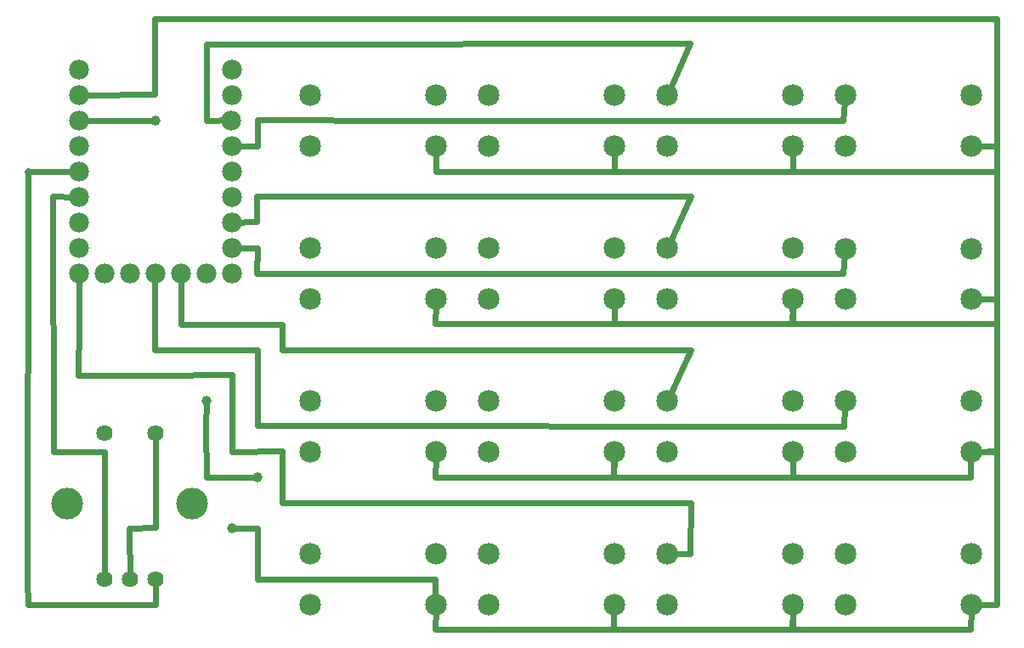
<source format=gbl>
G04 MADE WITH FRITZING*
G04 WWW.FRITZING.ORG*
G04 DOUBLE SIDED*
G04 HOLES PLATED*
G04 CONTOUR ON CENTER OF CONTOUR VECTOR*
%ASAXBY*%
%FSLAX23Y23*%
%MOIN*%
%OFA0B0*%
%SFA1.0B1.0*%
%ADD10C,0.078000*%
%ADD11C,0.085000*%
%ADD12C,0.064000*%
%ADD13C,0.124267*%
%ADD14C,0.039370*%
%ADD15C,0.024000*%
%LNCOPPER0*%
G90*
G70*
G54D10*
X296Y2329D03*
X296Y2229D03*
X296Y2129D03*
X296Y2029D03*
X296Y1929D03*
X296Y1829D03*
X296Y1729D03*
X296Y1629D03*
X296Y1529D03*
X396Y1529D03*
X496Y1529D03*
X596Y1529D03*
X696Y1529D03*
X796Y1529D03*
X896Y1529D03*
X896Y1629D03*
X896Y1729D03*
X896Y1829D03*
X896Y1929D03*
X896Y2029D03*
X895Y2129D03*
X896Y2229D03*
X896Y2329D03*
G54D11*
X3303Y426D03*
X3303Y229D03*
X3796Y229D03*
X3796Y426D03*
X2603Y426D03*
X2603Y229D03*
X3096Y229D03*
X3096Y426D03*
X1903Y426D03*
X1903Y229D03*
X2396Y229D03*
X2396Y426D03*
X1203Y426D03*
X1203Y229D03*
X1696Y229D03*
X1696Y426D03*
X3303Y1026D03*
X3303Y829D03*
X3796Y829D03*
X3796Y1026D03*
X2603Y1026D03*
X2603Y829D03*
X3096Y829D03*
X3096Y1026D03*
X1903Y1026D03*
X1903Y829D03*
X2396Y829D03*
X2396Y1026D03*
X1203Y1026D03*
X1203Y829D03*
X1696Y829D03*
X1696Y1026D03*
X3304Y1625D03*
X3304Y1428D03*
X3796Y1428D03*
X3796Y1625D03*
X2603Y1626D03*
X2603Y1429D03*
X3096Y1429D03*
X3096Y1626D03*
X1903Y1626D03*
X1903Y1429D03*
X2396Y1429D03*
X2396Y1626D03*
X1203Y1626D03*
X1203Y1429D03*
X1696Y1429D03*
X1696Y1626D03*
X3303Y2226D03*
X3303Y2029D03*
X3796Y2029D03*
X3796Y2226D03*
X2603Y2226D03*
X2603Y2029D03*
X3096Y2029D03*
X3096Y2226D03*
X1903Y2226D03*
X1903Y2029D03*
X2396Y2029D03*
X2396Y2226D03*
X1203Y2226D03*
X1203Y2029D03*
X1696Y2029D03*
X1696Y2226D03*
G54D12*
X596Y329D03*
X496Y329D03*
X396Y329D03*
G54D13*
X739Y624D03*
X249Y625D03*
G54D12*
X396Y900D03*
X596Y900D03*
G54D14*
X596Y2129D03*
X796Y1029D03*
X996Y729D03*
X896Y529D03*
G54D15*
X2395Y130D02*
X2395Y205D01*
D02*
X1695Y130D02*
X2395Y130D01*
D02*
X1696Y205D02*
X1695Y130D01*
D02*
X3097Y130D02*
X2395Y130D01*
D02*
X2395Y130D02*
X2395Y205D01*
D02*
X3096Y205D02*
X3097Y130D01*
D02*
X3896Y1429D02*
X3820Y1429D01*
D02*
X3896Y2029D02*
X3896Y1429D01*
D02*
X3819Y2029D02*
X3896Y2029D01*
D02*
X3896Y2029D02*
X3819Y2029D01*
D02*
X3896Y2529D02*
X3896Y2428D01*
D02*
X594Y2527D02*
X3896Y2529D01*
D02*
X594Y2231D02*
X594Y2527D01*
D02*
X3896Y2428D02*
X3896Y2029D01*
D02*
X315Y2229D02*
X594Y2231D01*
D02*
X3897Y1429D02*
X3820Y1429D01*
D02*
X3096Y1330D02*
X3897Y1330D01*
D02*
X3897Y1330D02*
X3897Y1429D01*
D02*
X3095Y1429D02*
X3096Y1330D01*
D02*
X3091Y1452D02*
X3095Y1429D01*
D02*
X3897Y929D02*
X3897Y828D01*
D02*
X3897Y828D02*
X3819Y829D01*
D02*
X3897Y1028D02*
X3897Y929D01*
D02*
X3897Y1429D02*
X3897Y1129D01*
D02*
X3897Y1129D02*
X3897Y1028D01*
D02*
X3820Y1429D02*
X3897Y1429D01*
D02*
X3896Y228D02*
X3819Y229D01*
D02*
X3896Y830D02*
X3896Y228D01*
D02*
X3819Y829D02*
X3896Y830D01*
D02*
X3795Y130D02*
X3796Y205D01*
D02*
X3095Y130D02*
X3795Y130D01*
D02*
X3096Y205D02*
X3095Y130D01*
D02*
X3794Y728D02*
X3795Y805D01*
D02*
X3096Y728D02*
X3794Y728D01*
D02*
X3096Y805D02*
X3096Y728D01*
D02*
X2395Y728D02*
X3096Y728D01*
D02*
X3096Y728D02*
X3096Y805D01*
D02*
X2395Y805D02*
X2395Y728D01*
D02*
X3897Y2028D02*
X3819Y2029D01*
D02*
X3897Y1929D02*
X3897Y2028D01*
D02*
X3096Y1929D02*
X3897Y1929D01*
D02*
X3096Y2005D02*
X3096Y1929D01*
D02*
X3096Y1929D02*
X3096Y2005D01*
D02*
X2396Y1929D02*
X3096Y1929D01*
D02*
X2396Y2005D02*
X2396Y1929D01*
D02*
X2396Y1929D02*
X2396Y2005D01*
D02*
X1697Y1929D02*
X2396Y1929D01*
D02*
X1696Y2005D02*
X1697Y1929D01*
D02*
X2397Y1330D02*
X3095Y1330D01*
D02*
X3095Y1330D02*
X3096Y1405D01*
D02*
X2396Y1405D02*
X2397Y1330D01*
D02*
X2397Y1330D02*
X2396Y1405D01*
D02*
X1695Y1330D02*
X2397Y1330D01*
D02*
X1696Y1405D02*
X1695Y1330D01*
D02*
X2395Y729D02*
X2396Y805D01*
D02*
X1695Y729D02*
X2395Y729D01*
D02*
X1696Y805D02*
X1695Y729D01*
D02*
X996Y2130D02*
X1597Y2129D01*
D02*
X3294Y2129D02*
X3301Y2202D01*
D02*
X1597Y2129D02*
X3294Y2129D01*
D02*
X996Y2029D02*
X996Y2130D01*
D02*
X915Y2029D02*
X996Y2029D01*
D02*
X896Y2130D02*
X912Y2137D01*
D02*
X796Y2429D02*
X796Y2129D01*
D02*
X796Y2129D02*
X896Y2130D01*
D02*
X896Y2428D02*
X796Y2429D01*
D02*
X2694Y2430D02*
X896Y2428D01*
D02*
X2613Y2247D02*
X2694Y2430D01*
D02*
X995Y1830D02*
X995Y1730D01*
D02*
X995Y1730D02*
X895Y1728D01*
D02*
X895Y1728D02*
X881Y1716D01*
D02*
X1195Y1830D02*
X995Y1830D01*
D02*
X2696Y1830D02*
X1195Y1830D01*
D02*
X2613Y1647D02*
X2696Y1830D01*
D02*
X896Y1629D02*
X896Y1629D01*
D02*
X896Y1629D02*
X914Y1627D01*
D02*
X996Y1629D02*
X896Y1629D01*
D02*
X995Y1528D02*
X996Y1629D01*
D02*
X1096Y1529D02*
X995Y1528D01*
D02*
X3295Y1529D02*
X1096Y1529D01*
D02*
X3302Y1602D02*
X3295Y1529D01*
D02*
X896Y1130D02*
X896Y829D01*
D02*
X896Y829D02*
X1095Y830D01*
D02*
X1095Y629D02*
X2696Y629D01*
D02*
X595Y1129D02*
X896Y1130D01*
D02*
X295Y1128D02*
X595Y1129D01*
D02*
X1095Y830D02*
X1095Y629D01*
D02*
X2695Y429D02*
X2627Y427D01*
D02*
X2696Y629D02*
X2695Y429D01*
D02*
X297Y1328D02*
X295Y1128D01*
D02*
X296Y1510D02*
X297Y1328D01*
D02*
X1095Y1228D02*
X2696Y1229D01*
D02*
X1095Y1329D02*
X1095Y1228D01*
D02*
X696Y1329D02*
X1095Y1329D01*
D02*
X2696Y1229D02*
X2613Y1047D01*
D02*
X696Y1510D02*
X696Y1329D01*
D02*
X3296Y929D02*
X3302Y1002D01*
D02*
X996Y1228D02*
X996Y930D01*
D02*
X595Y1228D02*
X996Y1228D01*
D02*
X996Y930D02*
X3296Y929D01*
D02*
X595Y1510D02*
X595Y1228D01*
D02*
X495Y528D02*
X596Y530D01*
D02*
X596Y530D02*
X596Y880D01*
D02*
X496Y329D02*
X495Y528D01*
D02*
X514Y322D02*
X496Y329D01*
D02*
X596Y229D02*
X96Y229D01*
D02*
X96Y229D02*
X95Y328D01*
D02*
X596Y228D02*
X596Y229D01*
D02*
X96Y1930D02*
X95Y1928D01*
D02*
X95Y328D02*
X96Y1930D01*
D02*
X596Y309D02*
X596Y228D01*
D02*
X95Y1928D02*
X277Y1929D01*
D02*
X195Y1830D02*
X277Y1829D01*
D02*
X196Y829D02*
X195Y1830D01*
D02*
X396Y829D02*
X196Y829D01*
D02*
X396Y349D02*
X396Y829D01*
D02*
X588Y2129D02*
X315Y2129D01*
D02*
X796Y729D02*
X896Y729D01*
D02*
X795Y929D02*
X796Y729D01*
D02*
X896Y729D02*
X988Y729D01*
D02*
X796Y1021D02*
X795Y929D01*
D02*
X996Y329D02*
X1695Y329D01*
D02*
X903Y529D02*
X996Y529D01*
D02*
X996Y529D02*
X996Y329D01*
D02*
X1695Y329D02*
X1695Y253D01*
G04 End of Copper0*
M02*
</source>
